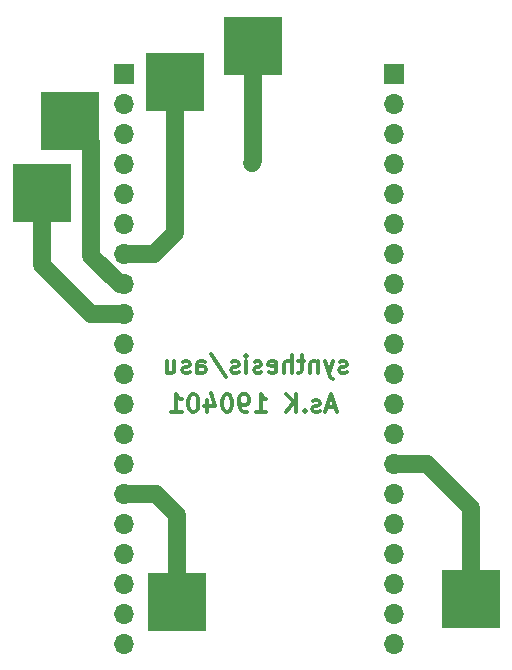
<source format=gbr>
G04 #@! TF.FileFunction,Copper,L2,Bot,Signal*
%FSLAX46Y46*%
G04 Gerber Fmt 4.6, Leading zero omitted, Abs format (unit mm)*
G04 Created by KiCad (PCBNEW 4.0.7) date Monday, April 29, 2019 'PMt' 01:40:38 PM*
%MOMM*%
%LPD*%
G01*
G04 APERTURE LIST*
%ADD10C,0.100000*%
%ADD11C,0.300000*%
%ADD12R,5.000000X5.000000*%
%ADD13R,1.700000X1.700000*%
%ADD14O,1.700000X1.700000*%
%ADD15C,0.600000*%
%ADD16C,1.524000*%
G04 APERTURE END LIST*
D10*
D11*
X147390570Y-91690000D02*
X146676284Y-91690000D01*
X147533427Y-92118571D02*
X147033427Y-90618571D01*
X146533427Y-92118571D01*
X146104856Y-92047143D02*
X145961999Y-92118571D01*
X145676284Y-92118571D01*
X145533427Y-92047143D01*
X145461999Y-91904286D01*
X145461999Y-91832857D01*
X145533427Y-91690000D01*
X145676284Y-91618571D01*
X145890570Y-91618571D01*
X146033427Y-91547143D01*
X146104856Y-91404286D01*
X146104856Y-91332857D01*
X146033427Y-91190000D01*
X145890570Y-91118571D01*
X145676284Y-91118571D01*
X145533427Y-91190000D01*
X144819141Y-91975714D02*
X144747713Y-92047143D01*
X144819141Y-92118571D01*
X144890570Y-92047143D01*
X144819141Y-91975714D01*
X144819141Y-92118571D01*
X144104855Y-92118571D02*
X144104855Y-90618571D01*
X143247712Y-92118571D02*
X143890569Y-91261429D01*
X143247712Y-90618571D02*
X144104855Y-91475714D01*
X140676284Y-92118571D02*
X141533427Y-92118571D01*
X141104855Y-92118571D02*
X141104855Y-90618571D01*
X141247712Y-90832857D01*
X141390570Y-90975714D01*
X141533427Y-91047143D01*
X139961999Y-92118571D02*
X139676284Y-92118571D01*
X139533427Y-92047143D01*
X139461999Y-91975714D01*
X139319141Y-91761429D01*
X139247713Y-91475714D01*
X139247713Y-90904286D01*
X139319141Y-90761429D01*
X139390570Y-90690000D01*
X139533427Y-90618571D01*
X139819141Y-90618571D01*
X139961999Y-90690000D01*
X140033427Y-90761429D01*
X140104856Y-90904286D01*
X140104856Y-91261429D01*
X140033427Y-91404286D01*
X139961999Y-91475714D01*
X139819141Y-91547143D01*
X139533427Y-91547143D01*
X139390570Y-91475714D01*
X139319141Y-91404286D01*
X139247713Y-91261429D01*
X138319142Y-90618571D02*
X138176285Y-90618571D01*
X138033428Y-90690000D01*
X137961999Y-90761429D01*
X137890570Y-90904286D01*
X137819142Y-91190000D01*
X137819142Y-91547143D01*
X137890570Y-91832857D01*
X137961999Y-91975714D01*
X138033428Y-92047143D01*
X138176285Y-92118571D01*
X138319142Y-92118571D01*
X138461999Y-92047143D01*
X138533428Y-91975714D01*
X138604856Y-91832857D01*
X138676285Y-91547143D01*
X138676285Y-91190000D01*
X138604856Y-90904286D01*
X138533428Y-90761429D01*
X138461999Y-90690000D01*
X138319142Y-90618571D01*
X136533428Y-91118571D02*
X136533428Y-92118571D01*
X136890571Y-90547143D02*
X137247714Y-91618571D01*
X136319142Y-91618571D01*
X135462000Y-90618571D02*
X135319143Y-90618571D01*
X135176286Y-90690000D01*
X135104857Y-90761429D01*
X135033428Y-90904286D01*
X134962000Y-91190000D01*
X134962000Y-91547143D01*
X135033428Y-91832857D01*
X135104857Y-91975714D01*
X135176286Y-92047143D01*
X135319143Y-92118571D01*
X135462000Y-92118571D01*
X135604857Y-92047143D01*
X135676286Y-91975714D01*
X135747714Y-91832857D01*
X135819143Y-91547143D01*
X135819143Y-91190000D01*
X135747714Y-90904286D01*
X135676286Y-90761429D01*
X135604857Y-90690000D01*
X135462000Y-90618571D01*
X133533429Y-92118571D02*
X134390572Y-92118571D01*
X133962000Y-92118571D02*
X133962000Y-90618571D01*
X134104857Y-90832857D01*
X134247715Y-90975714D01*
X134390572Y-91047143D01*
X148358858Y-88745143D02*
X148216001Y-88816571D01*
X147930286Y-88816571D01*
X147787429Y-88745143D01*
X147716001Y-88602286D01*
X147716001Y-88530857D01*
X147787429Y-88388000D01*
X147930286Y-88316571D01*
X148144572Y-88316571D01*
X148287429Y-88245143D01*
X148358858Y-88102286D01*
X148358858Y-88030857D01*
X148287429Y-87888000D01*
X148144572Y-87816571D01*
X147930286Y-87816571D01*
X147787429Y-87888000D01*
X147216000Y-87816571D02*
X146858857Y-88816571D01*
X146501715Y-87816571D02*
X146858857Y-88816571D01*
X147001715Y-89173714D01*
X147073143Y-89245143D01*
X147216000Y-89316571D01*
X145930286Y-87816571D02*
X145930286Y-88816571D01*
X145930286Y-87959429D02*
X145858858Y-87888000D01*
X145716000Y-87816571D01*
X145501715Y-87816571D01*
X145358858Y-87888000D01*
X145287429Y-88030857D01*
X145287429Y-88816571D01*
X144787429Y-87816571D02*
X144216000Y-87816571D01*
X144573143Y-87316571D02*
X144573143Y-88602286D01*
X144501715Y-88745143D01*
X144358857Y-88816571D01*
X144216000Y-88816571D01*
X143716000Y-88816571D02*
X143716000Y-87316571D01*
X143073143Y-88816571D02*
X143073143Y-88030857D01*
X143144572Y-87888000D01*
X143287429Y-87816571D01*
X143501714Y-87816571D01*
X143644572Y-87888000D01*
X143716000Y-87959429D01*
X141787429Y-88745143D02*
X141930286Y-88816571D01*
X142216000Y-88816571D01*
X142358857Y-88745143D01*
X142430286Y-88602286D01*
X142430286Y-88030857D01*
X142358857Y-87888000D01*
X142216000Y-87816571D01*
X141930286Y-87816571D01*
X141787429Y-87888000D01*
X141716000Y-88030857D01*
X141716000Y-88173714D01*
X142430286Y-88316571D01*
X141144572Y-88745143D02*
X141001715Y-88816571D01*
X140716000Y-88816571D01*
X140573143Y-88745143D01*
X140501715Y-88602286D01*
X140501715Y-88530857D01*
X140573143Y-88388000D01*
X140716000Y-88316571D01*
X140930286Y-88316571D01*
X141073143Y-88245143D01*
X141144572Y-88102286D01*
X141144572Y-88030857D01*
X141073143Y-87888000D01*
X140930286Y-87816571D01*
X140716000Y-87816571D01*
X140573143Y-87888000D01*
X139858857Y-88816571D02*
X139858857Y-87816571D01*
X139858857Y-87316571D02*
X139930286Y-87388000D01*
X139858857Y-87459429D01*
X139787429Y-87388000D01*
X139858857Y-87316571D01*
X139858857Y-87459429D01*
X139216000Y-88745143D02*
X139073143Y-88816571D01*
X138787428Y-88816571D01*
X138644571Y-88745143D01*
X138573143Y-88602286D01*
X138573143Y-88530857D01*
X138644571Y-88388000D01*
X138787428Y-88316571D01*
X139001714Y-88316571D01*
X139144571Y-88245143D01*
X139216000Y-88102286D01*
X139216000Y-88030857D01*
X139144571Y-87888000D01*
X139001714Y-87816571D01*
X138787428Y-87816571D01*
X138644571Y-87888000D01*
X136858857Y-87245143D02*
X138144571Y-89173714D01*
X135715999Y-88816571D02*
X135715999Y-88030857D01*
X135787428Y-87888000D01*
X135930285Y-87816571D01*
X136215999Y-87816571D01*
X136358856Y-87888000D01*
X135715999Y-88745143D02*
X135858856Y-88816571D01*
X136215999Y-88816571D01*
X136358856Y-88745143D01*
X136430285Y-88602286D01*
X136430285Y-88459429D01*
X136358856Y-88316571D01*
X136215999Y-88245143D01*
X135858856Y-88245143D01*
X135715999Y-88173714D01*
X135073142Y-88745143D02*
X134930285Y-88816571D01*
X134644570Y-88816571D01*
X134501713Y-88745143D01*
X134430285Y-88602286D01*
X134430285Y-88530857D01*
X134501713Y-88388000D01*
X134644570Y-88316571D01*
X134858856Y-88316571D01*
X135001713Y-88245143D01*
X135073142Y-88102286D01*
X135073142Y-88030857D01*
X135001713Y-87888000D01*
X134858856Y-87816571D01*
X134644570Y-87816571D01*
X134501713Y-87888000D01*
X133144570Y-87816571D02*
X133144570Y-88816571D01*
X133787427Y-87816571D02*
X133787427Y-88602286D01*
X133715999Y-88745143D01*
X133573141Y-88816571D01*
X133358856Y-88816571D01*
X133215999Y-88745143D01*
X133144570Y-88673714D01*
D12*
X122555000Y-73533000D03*
X140462000Y-61087000D03*
X133858000Y-64135000D03*
X124968000Y-67437000D03*
X133985000Y-108204000D03*
D13*
X129540000Y-63500000D03*
D14*
X129540000Y-66040000D03*
X129540000Y-68580000D03*
X129540000Y-71120000D03*
X129540000Y-73660000D03*
X129540000Y-76200000D03*
X129540000Y-78740000D03*
X129540000Y-81280000D03*
X129540000Y-83820000D03*
X129540000Y-86360000D03*
X129540000Y-88900000D03*
X129540000Y-91440000D03*
X129540000Y-93980000D03*
X129540000Y-96520000D03*
X129540000Y-99060000D03*
X129540000Y-101600000D03*
X129540000Y-104140000D03*
X129540000Y-106680000D03*
X129540000Y-109220000D03*
X129540000Y-111760000D03*
D13*
X152400000Y-63500000D03*
D14*
X152400000Y-66040000D03*
X152400000Y-68580000D03*
X152400000Y-71120000D03*
X152400000Y-73660000D03*
X152400000Y-76200000D03*
X152400000Y-78740000D03*
X152400000Y-81280000D03*
X152400000Y-83820000D03*
X152400000Y-86360000D03*
X152400000Y-88900000D03*
X152400000Y-91440000D03*
X152400000Y-93980000D03*
X152400000Y-96520000D03*
X152400000Y-99060000D03*
X152400000Y-101600000D03*
X152400000Y-104140000D03*
X152400000Y-106680000D03*
X152400000Y-109220000D03*
X152400000Y-111760000D03*
D12*
X158877000Y-107950000D03*
D15*
X140335000Y-70993000D03*
D16*
X129540000Y-83820000D02*
X126746000Y-83820000D01*
X122555000Y-79629000D02*
X122555000Y-73533000D01*
X126746000Y-83820000D02*
X122555000Y-79629000D01*
X140462000Y-70866000D02*
X140462000Y-61087000D01*
X140335000Y-70993000D02*
X140462000Y-70866000D01*
X129540000Y-78740000D02*
X132080000Y-78740000D01*
X133858000Y-76962000D02*
X133858000Y-64135000D01*
X132080000Y-78740000D02*
X133858000Y-76962000D01*
X129540000Y-81280000D02*
X129159000Y-81280000D01*
X129159000Y-81280000D02*
X126746000Y-78867000D01*
X126746000Y-78867000D02*
X126746000Y-69215000D01*
X126746000Y-69215000D02*
X124968000Y-67437000D01*
X129540000Y-99060000D02*
X132207000Y-99060000D01*
X133985000Y-100838000D02*
X133985000Y-108204000D01*
X132207000Y-99060000D02*
X133985000Y-100838000D01*
X152400000Y-96520000D02*
X155194000Y-96520000D01*
X158877000Y-100203000D02*
X158877000Y-107950000D01*
X155194000Y-96520000D02*
X158877000Y-100203000D01*
M02*

</source>
